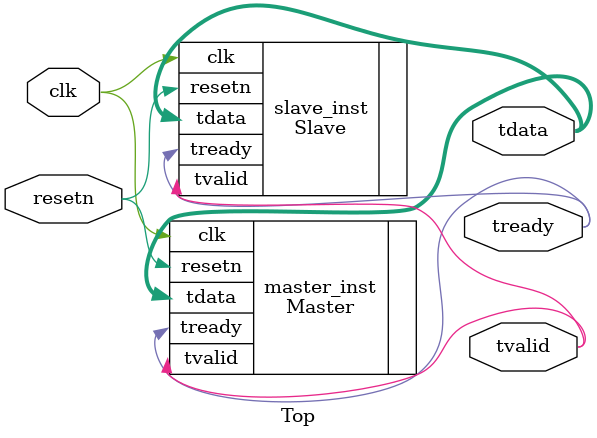
<source format=v>
`timescale 1ns / 1ps

module Top (
    input  wire clk,
    input  wire resetn,
    output wire [7:0] tdata,
    output wire       tvalid,
    output wire       tready
);

    // Master instance
    Master master_inst (
        .clk(clk),
        .resetn(resetn),
        .tdata(tdata),
        .tvalid(tvalid),
        .tready(tready)
    );

    // Slave instance
    Slave slave_inst (
        .clk(clk),
        .resetn(resetn),
        .tdata(tdata),
        .tvalid(tvalid),
        .tready(tready)
    );

endmodule

</source>
